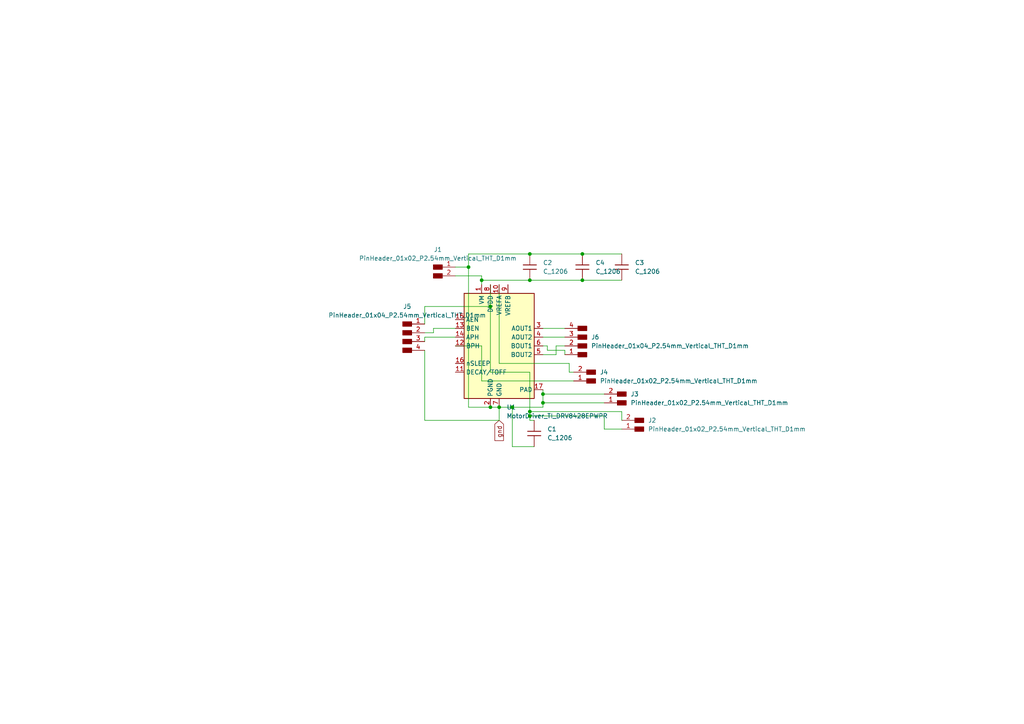
<source format=kicad_sch>
(kicad_sch (version 20250114) (generator "eeschema") (generator_version "9.0")
  (paper "A4")
  (lib_symbols
    (symbol "fab:C_1206" (pin_numbers (hide yes))
      (property "Reference" "C" (at 0.635 2.54 0))
      (property "Value" "C_1206" (at 0.635 -2.54 0))
      (symbol "C_1206_1_1"
        (polyline (pts (xy -1.905 0.635) (xy 1.905 0.635)) (stroke (width 0.25)))
        (polyline (pts (xy -1.905 -0.635) (xy 1.905 -0.635)) (stroke (width 0.25)))
        (pin passive line (at 0 3.81 270) (length 3.175) (name "~") (number "1"))
        (pin passive line (at 0 -3.81 90) (length 3.175) (name "~") (number "2"))
      )
    )
    (symbol "fab:MotorDriver_TI_DRV8428EPWPR"
      (property "Reference" "U" (at -10.16 16.51 0))
      (property "Value" "MotorDriver_TI_DRV8428EPWPR" (at 3.81 16.51 0))
      (symbol "MotorDriver_TI_DRV8428EPWPR_0_1"
        (rectangle (start -10.16 15.24) (end 10.16 -15.24) (stroke (width 0.254)) (fill (type background)))
      )
      (symbol "MotorDriver_TI_DRV8428EPWPR_1_1"
        (pin input line (at -12.7 7.62 0) (length 2.54) (name "AEN") (number "15"))
        (pin input line (at -12.7 5.08 0) (length 2.54) (name "BEN") (number "13"))
        (pin input line (at -12.7 2.54 0) (length 2.54) (name "APH") (number "14"))
        (pin input line (at -12.7 0 0) (length 2.54) (name "BPH") (number "12"))
        (pin input line (at -12.7 -5.08 0) (length 2.54) (name "nSLEEP") (number "16"))
        (pin input line (at -12.7 -7.62 0) (length 2.54) (name "DECAY/TOFF") (number "11"))
        (pin power_in line (at -5.08 17.78 270) (length 2.54) (name "VM") (number "1"))
        (pin power_in line (at -2.54 17.78 270) (length 2.54) (name "DVDD") (number "8"))
        (pin power_in line (at -2.54 -17.78 90) (length 2.54) (name "PGND") (number "2"))
        (pin power_in line (at 0 17.78 270) (length 2.54) (name "VREFA") (number "10"))
        (pin power_in line (at 0 -17.78 90) (length 2.54) (name "GND") (number "7"))
        (pin power_in line (at 2.54 17.78 270) (length 2.54) (name "VREFB") (number "9"))
        (pin output line (at 12.7 5.08 180) (length 2.54) (name "AOUT1") (number "3"))
        (pin output line (at 12.7 2.54 180) (length 2.54) (name "AOUT2") (number "4"))
        (pin output line (at 12.7 0 180) (length 2.54) (name "BOUT1") (number "6"))
        (pin output line (at 12.7 -2.54 180) (length 2.54) (name "BOUT2") (number "5"))
        (pin passive line (at 12.7 -12.7 180) (length 2.54) (name "PAD") (number "17"))
      )
    )
    (symbol "fab:PinHeader_01x02_P2.54mm_Vertical_THT_D1mm" (pin_names (hide yes))
      (property "Reference" "J" (at 0 2.54 0))
      (property "Value" "PinHeader_01x02_P2.54mm_Vertical_THT_D1mm" (at 0 -5.08 0))
      (symbol "PinHeader_01x02_P2.54mm_Vertical_THT_D1mm_1_1"
        (rectangle (start -1.27 0.635) (end 1.27 -0.635) (stroke (width 0.254)) (fill (type outline)))
        (rectangle (start -1.27 -1.905) (end 1.27 -3.175) (stroke (width 0.254)) (fill (type outline)))
        (pin passive line (at 5.08 0 180) (length 3.81) (name "Pin_1") (number "1"))
        (pin passive line (at 5.08 -2.54 180) (length 3.81) (name "Pin_2") (number "2"))
      )
    )
    (symbol "fab:PinHeader_01x04_P2.54mm_Vertical_THT_D1mm" (pin_names (hide yes))
      (property "Reference" "J" (at 0 5.08 0))
      (property "Value" "PinHeader_01x04_P2.54mm_Vertical_THT_D1mm" (at 0 -7.62 0))
      (symbol "PinHeader_01x04_P2.54mm_Vertical_THT_D1mm_1_1"
        (rectangle (start -1.27 3.175) (end 1.27 1.905) (stroke (width 0.254)) (fill (type outline)))
        (rectangle (start -1.27 0.635) (end 1.27 -0.635) (stroke (width 0.254)) (fill (type outline)))
        (rectangle (start -1.27 -1.905) (end 1.27 -3.175) (stroke (width 0.254)) (fill (type outline)))
        (rectangle (start -1.27 -4.445) (end 1.27 -5.715) (stroke (width 0.254)) (fill (type outline)))
        (pin passive line (at 5.08 2.54 180) (length 3.81) (name "Pin_1") (number "1"))
        (pin passive line (at 5.08 0 180) (length 3.81) (name "Pin_2") (number "2"))
        (pin passive line (at 5.08 -2.54 180) (length 3.81) (name "Pin_3") (number "3"))
        (pin passive line (at 5.08 -5.08 180) (length 3.81) (name "Pin_4") (number "4"))
      )
    )
  )
  (junction (at 144.78 118.11))
  (junction (at 153.67 119.38))
  (junction (at 153.67 81.28))
  (junction (at 157.48 116.84))
  (junction (at 142.24 88.9))
  (junction (at 135.89 77.47))
  (junction (at 139.7 81.28))
  (junction (at 168.91 81.28))
  (junction (at 153.67 73.66))
  (junction (at 142.24 118.11))
  (junction (at 168.91 73.66))
  (junction (at 153.67 120.65))
  (junction (at 157.48 114.3))
  (junction (at 148.59 118.11))
  (wire (pts (xy 157.48 97.79) (xy 163.83 97.79)))
  (wire (pts (xy 165.1 107.95) (xy 165.1 105.41)))
  (wire (pts (xy 168.91 73.66) (xy 180.34 73.66)))
  (wire (pts (xy 157.48 116.84) (xy 175.26 116.84)))
  (wire (pts (xy 158.75 100.33) (xy 157.48 100.33)))
  (wire (pts (xy 180.34 124.46) (xy 175.26 124.46)))
  (wire (pts (xy 139.7 80.01) (xy 139.7 81.28)))
  (wire (pts (xy 180.34 121.92) (xy 180.34 119.38)))
  (wire (pts (xy 148.59 118.11) (xy 157.48 118.11)))
  (wire (pts (xy 123.19 97.79) (xy 123.19 99.06)))
  (wire (pts (xy 153.67 73.66) (xy 168.91 73.66)))
  (wire (pts (xy 175.26 124.46) (xy 175.26 120.65)))
  (wire (pts (xy 157.48 114.3) (xy 157.48 116.84)))
  (wire (pts (xy 157.48 114.3) (xy 175.26 114.3)))
  (wire (pts (xy 144.78 105.41) (xy 144.78 82.55)))
  (wire (pts (xy 125.73 95.25) (xy 125.73 96.52)))
  (wire (pts (xy 157.48 113.03) (xy 157.48 114.3)))
  (wire (pts (xy 163.83 102.87) (xy 163.83 101.6)))
  (wire (pts (xy 123.19 88.9) (xy 142.24 88.9)))
  (wire (pts (xy 161.29 102.87) (xy 157.48 102.87)))
  (wire (pts (xy 139.7 81.28) (xy 153.67 81.28)))
  (wire (pts (xy 158.75 101.6) (xy 163.83 101.6)))
  (wire (pts (xy 132.08 95.25) (xy 125.73 95.25)))
  (wire (pts (xy 153.67 120.65) (xy 153.67 121.92)))
  (wire (pts (xy 158.75 101.6) (xy 158.75 100.33)))
  (wire (pts (xy 142.24 88.9) (xy 142.24 107.95)))
  (wire (pts (xy 148.59 129.54) (xy 148.59 118.11)))
  (wire (pts (xy 139.7 81.28) (xy 139.7 82.55)))
  (wire (pts (xy 142.24 118.11) (xy 144.78 118.11)))
  (wire (pts (xy 153.67 73.66) (xy 135.89 73.66)))
  (wire (pts (xy 153.67 107.95) (xy 153.67 119.38)))
  (wire (pts (xy 153.67 81.28) (xy 168.91 81.28)))
  (wire (pts (xy 161.29 100.33) (xy 161.29 102.87)))
  (wire (pts (xy 139.7 100.33) (xy 139.7 110.49)))
  (wire (pts (xy 153.67 121.92) (xy 154.94 121.92)))
  (wire (pts (xy 142.24 107.95) (xy 153.67 107.95)))
  (wire (pts (xy 135.89 73.66) (xy 135.89 77.47)))
  (wire (pts (xy 180.34 119.38) (xy 153.67 119.38)))
  (wire (pts (xy 132.08 100.33) (xy 139.7 100.33)))
  (wire (pts (xy 166.37 107.95) (xy 165.1 107.95)))
  (wire (pts (xy 142.24 82.55) (xy 142.24 88.9)))
  (wire (pts (xy 157.48 95.25) (xy 163.83 95.25)))
  (wire (pts (xy 132.08 97.79) (xy 123.19 97.79)))
  (wire (pts (xy 123.19 93.98) (xy 123.19 88.9)))
  (wire (pts (xy 142.24 118.11) (xy 135.89 118.11)))
  (wire (pts (xy 153.67 119.38) (xy 153.67 120.65)))
  (wire (pts (xy 165.1 105.41) (xy 144.78 105.41)))
  (wire (pts (xy 144.78 118.11) (xy 148.59 118.11)))
  (wire (pts (xy 157.48 116.84) (xy 157.48 118.11)))
  (wire (pts (xy 125.73 96.52) (xy 123.19 96.52)))
  (wire (pts (xy 144.78 121.92) (xy 123.19 121.92)))
  (wire (pts (xy 135.89 118.11) (xy 135.89 77.47)))
  (wire (pts (xy 154.94 129.54) (xy 148.59 129.54)))
  (wire (pts (xy 144.78 118.11) (xy 144.78 121.92)))
  (wire (pts (xy 132.08 80.01) (xy 139.7 80.01)))
  (wire (pts (xy 123.19 121.92) (xy 123.19 101.6)))
  (wire (pts (xy 168.91 81.28) (xy 180.34 81.28)))
  (wire (pts (xy 163.83 100.33) (xy 161.29 100.33)))
  (wire (pts (xy 135.89 77.47) (xy 132.08 77.47)))
  (wire (pts (xy 175.26 120.65) (xy 153.67 120.65)))
  (wire (pts (xy 139.7 110.49) (xy 166.37 110.49)))
  (global_label "gnd" (shape input) (at 144.78 121.92 270) (property "Intersheetrefs" "${INTERSHEET_REFS}" (effects (hide yes))))
  (symbol (lib_id "fab:PinHeader_01x02_P2.54mm_Vertical_THT_D1mm") (at 185.42 124.46 180) (unit 1)
    (property "Reference" "J2" (at 187.96 121.9199 0) (effects (justify right)))
    (property "Value" "PinHeader_01x02_P2.54mm_Vertical_THT_D1mm" (at 187.96 124.4599 0) (effects (justify right)))
    (property "Footprint" "fab:PinHeader_01x02_P2.54mm_Vertical_THT_D1mm" (effects (hide yes)))
    (property "Description" "Male connector, single row" (effects (hide yes)))
  )
  (symbol (lib_id "fab:MotorDriver_TI_DRV8428EPWPR") (at 144.78 100.33 0) (unit 1)
    (property "Reference" "U1" (at 146.9233 118.11 0) (effects (justify left)))
    (property "Value" "MotorDriver_TI_DRV8428EPWPR" (at 146.9233 120.65 0) (effects (justify left)))
    (property "Footprint" "fab:HTSSOP-16" (effects (hide yes)))
    (property "Datasheet" "https://www.ti.com/lit/ds/symlink/drv8428e.pdf" (effects (hide yes)))
    (property "Description" "Bipolar Motor Driver Power MOSFET PWM 16-HTSSOP" (effects (hide yes)))
  )
  (symbol (lib_id "fab:C_1206") (at 180.34 77.47 0) (unit 1)
    (property "Reference" "C3" (at 184.15 76.1999 0) (effects (justify left)))
    (property "Value" "C_1206" (at 184.15 78.7399 0) (effects (justify left)))
    (property "Footprint" "fab:C_1206" (effects (hide yes)))
    (property "Datasheet" "https://www.yageo.com/upload/media/product/productsearch/datasheet/mlcc/UPY-GP_NP0_16V-to-50V_18.pdf" (effects (hide yes)))
    (property "Description" "Unpolarized capacitor, SMD, 1206" (effects (hide yes)))
  )
  (symbol (lib_id "fab:PinHeader_01x02_P2.54mm_Vertical_THT_D1mm") (at 180.34 116.84 180) (unit 1)
    (property "Reference" "J3" (at 182.88 114.2999 0) (effects (justify right)))
    (property "Value" "PinHeader_01x02_P2.54mm_Vertical_THT_D1mm" (at 182.88 116.8399 0) (effects (justify right)))
    (property "Footprint" "fab:PinHeader_01x02_P2.54mm_Vertical_THT_D1mm" (effects (hide yes)))
    (property "Description" "Male connector, single row" (effects (hide yes)))
  )
  (symbol (lib_id "fab:C_1206") (at 153.67 77.47 0) (unit 1)
    (property "Reference" "C2" (at 157.48 76.1999 0) (effects (justify left)))
    (property "Value" "C_1206" (at 157.48 78.7399 0) (effects (justify left)))
    (property "Footprint" "fab:C_1206" (effects (hide yes)))
    (property "Datasheet" "https://www.yageo.com/upload/media/product/productsearch/datasheet/mlcc/UPY-GP_NP0_16V-to-50V_18.pdf" (effects (hide yes)))
    (property "Description" "Unpolarized capacitor, SMD, 1206" (effects (hide yes)))
  )
  (symbol (lib_id "fab:PinHeader_01x02_P2.54mm_Vertical_THT_D1mm") (at 127 77.47 0) (unit 1)
    (property "Reference" "J1" (at 127 72.39 0))
    (property "Value" "PinHeader_01x02_P2.54mm_Vertical_THT_D1mm" (at 127 74.93 0))
    (property "Footprint" "fab:PinHeader_01x02_P2.54mm_Vertical_THT_D1mm" (effects (hide yes)))
    (property "Description" "Male connector, single row" (effects (hide yes)))
  )
  (symbol (lib_id "fab:PinHeader_01x04_P2.54mm_Vertical_THT_D1mm") (at 168.91 100.33 180) (unit 1)
    (property "Reference" "J6" (at 171.45 97.7899 0) (effects (justify right)))
    (property "Value" "PinHeader_01x04_P2.54mm_Vertical_THT_D1mm" (at 171.45 100.3299 0) (effects (justify right)))
    (property "Footprint" "fab:PinHeader_01x04_P2.54mm_Vertical_THT_D1mm" (effects (hide yes)))
    (property "Description" "Male connector, single row" (effects (hide yes)))
  )
  (symbol (lib_id "fab:C_1206") (at 154.94 125.73 0) (unit 1)
    (property "Reference" "C1" (at 158.75 124.4599 0) (effects (justify left)))
    (property "Value" "C_1206" (at 158.75 126.9999 0) (effects (justify left)))
    (property "Footprint" "fab:C_1206" (effects (hide yes)))
    (property "Datasheet" "https://www.yageo.com/upload/media/product/productsearch/datasheet/mlcc/UPY-GP_NP0_16V-to-50V_18.pdf" (effects (hide yes)))
    (property "Description" "Unpolarized capacitor, SMD, 1206" (effects (hide yes)))
  )
  (symbol (lib_id "fab:PinHeader_01x04_P2.54mm_Vertical_THT_D1mm") (at 118.11 96.52 0) (unit 1)
    (property "Reference" "J5" (at 118.11 88.9 0))
    (property "Value" "PinHeader_01x04_P2.54mm_Vertical_THT_D1mm" (at 118.11 91.44 0))
    (property "Footprint" "fab:PinHeader_01x04_P2.54mm_Vertical_THT_D1mm" (effects (hide yes)))
    (property "Description" "Male connector, single row" (effects (hide yes)))
  )
  (symbol (lib_id "fab:PinHeader_01x02_P2.54mm_Vertical_THT_D1mm") (at 171.45 110.49 180) (unit 1)
    (property "Reference" "J4" (at 173.99 107.9499 0) (effects (justify right)))
    (property "Value" "PinHeader_01x02_P2.54mm_Vertical_THT_D1mm" (at 173.99 110.4899 0) (effects (justify right)))
    (property "Footprint" "fab:PinHeader_01x02_P2.54mm_Vertical_THT_D1mm" (effects (hide yes)))
    (property "Description" "Male connector, single row" (effects (hide yes)))
  )
  (symbol (lib_id "fab:C_1206") (at 168.91 77.47 0) (unit 1)
    (property "Reference" "C4" (at 172.72 76.1999 0) (effects (justify left)))
    (property "Value" "C_1206" (at 172.72 78.7399 0) (effects (justify left)))
    (property "Footprint" "fab:C_1206" (effects (hide yes)))
    (property "Datasheet" "https://www.yageo.com/upload/media/product/productsearch/datasheet/mlcc/UPY-GP_NP0_16V-to-50V_18.pdf" (effects (hide yes)))
    (property "Description" "Unpolarized capacitor, SMD, 1206" (effects (hide yes)))
  )
)
</source>
